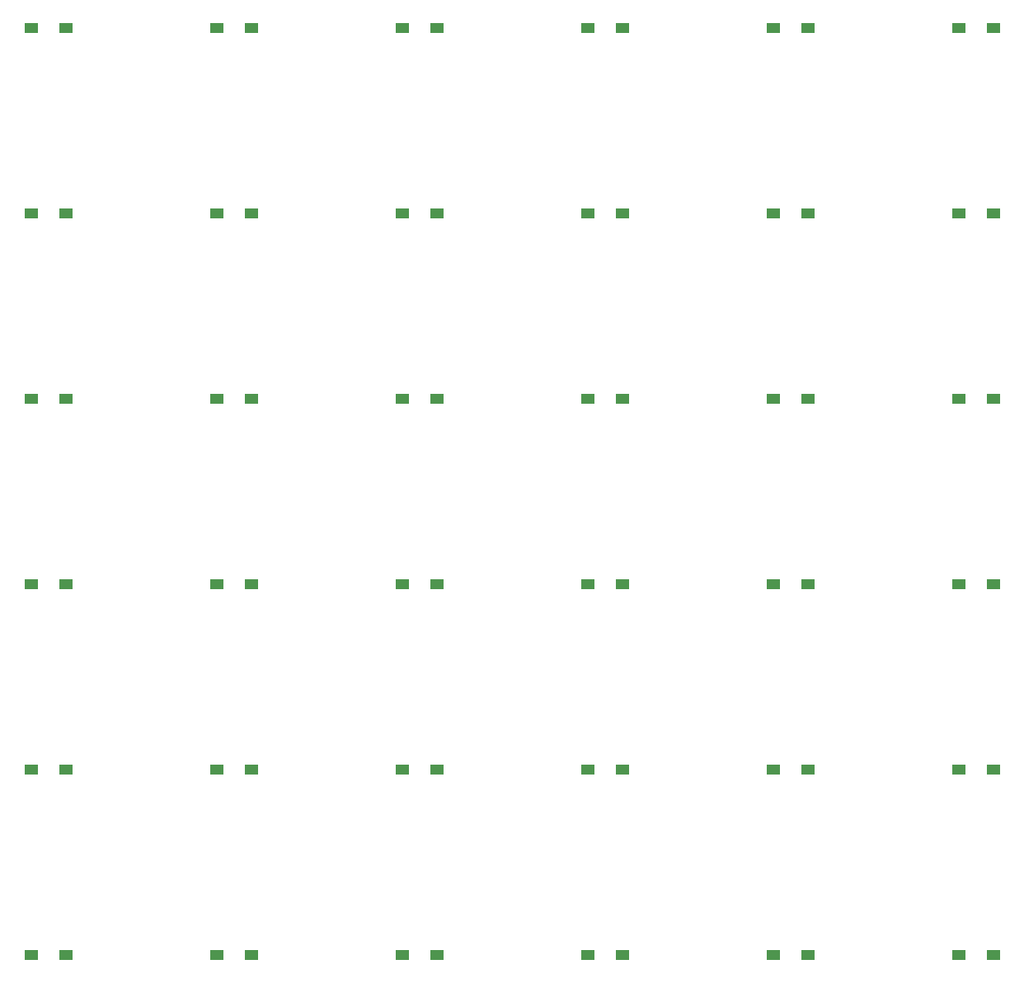
<source format=gbr>
%TF.GenerationSoftware,KiCad,Pcbnew,(5.1.10-1-10_14)*%
%TF.CreationDate,2021-11-08T13:37:15+08:00*%
%TF.ProjectId,Pragmatic,50726167-6d61-4746-9963-2e6b69636164,rev?*%
%TF.SameCoordinates,Original*%
%TF.FileFunction,Paste,Bot*%
%TF.FilePolarity,Positive*%
%FSLAX46Y46*%
G04 Gerber Fmt 4.6, Leading zero omitted, Abs format (unit mm)*
G04 Created by KiCad (PCBNEW (5.1.10-1-10_14)) date 2021-11-08 13:37:15*
%MOMM*%
%LPD*%
G01*
G04 APERTURE LIST*
%ADD10R,1.400000X1.000000*%
G04 APERTURE END LIST*
D10*
%TO.C,D6*%
X149095000Y-48260000D03*
X145545000Y-48260000D03*
%TD*%
%TO.C,D3*%
X91945000Y-48260000D03*
X88395000Y-48260000D03*
%TD*%
%TO.C,D2*%
X72895000Y-48260000D03*
X69345000Y-48260000D03*
%TD*%
%TO.C,D36*%
X149095000Y-143510000D03*
X145545000Y-143510000D03*
%TD*%
%TO.C,D35*%
X130045000Y-143510000D03*
X126495000Y-143510000D03*
%TD*%
%TO.C,D34*%
X110995000Y-143510000D03*
X107445000Y-143510000D03*
%TD*%
%TO.C,D33*%
X91945000Y-143510000D03*
X88395000Y-143510000D03*
%TD*%
%TO.C,D32*%
X72895000Y-143510000D03*
X69345000Y-143510000D03*
%TD*%
%TO.C,D31*%
X53845000Y-143510000D03*
X50295000Y-143510000D03*
%TD*%
%TO.C,D30*%
X149095000Y-124460000D03*
X145545000Y-124460000D03*
%TD*%
%TO.C,D29*%
X130045000Y-124460000D03*
X126495000Y-124460000D03*
%TD*%
%TO.C,D28*%
X110995000Y-124460000D03*
X107445000Y-124460000D03*
%TD*%
%TO.C,D27*%
X91945000Y-124460000D03*
X88395000Y-124460000D03*
%TD*%
%TO.C,D26*%
X72895000Y-124460000D03*
X69345000Y-124460000D03*
%TD*%
%TO.C,D25*%
X53845000Y-124460000D03*
X50295000Y-124460000D03*
%TD*%
%TO.C,D24*%
X149095000Y-105410000D03*
X145545000Y-105410000D03*
%TD*%
%TO.C,D23*%
X130045000Y-105410000D03*
X126495000Y-105410000D03*
%TD*%
%TO.C,D22*%
X110995000Y-105410000D03*
X107445000Y-105410000D03*
%TD*%
%TO.C,D21*%
X91945000Y-105410000D03*
X88395000Y-105410000D03*
%TD*%
%TO.C,D20*%
X72895000Y-105410000D03*
X69345000Y-105410000D03*
%TD*%
%TO.C,D19*%
X53845000Y-105410000D03*
X50295000Y-105410000D03*
%TD*%
%TO.C,D18*%
X149095000Y-86360000D03*
X145545000Y-86360000D03*
%TD*%
%TO.C,D17*%
X130045000Y-86360000D03*
X126495000Y-86360000D03*
%TD*%
%TO.C,D16*%
X110995000Y-86360000D03*
X107445000Y-86360000D03*
%TD*%
%TO.C,D15*%
X91945000Y-86360000D03*
X88395000Y-86360000D03*
%TD*%
%TO.C,D14*%
X72895000Y-86360000D03*
X69345000Y-86360000D03*
%TD*%
%TO.C,D13*%
X53845000Y-86360000D03*
X50295000Y-86360000D03*
%TD*%
%TO.C,D12*%
X149095000Y-67310000D03*
X145545000Y-67310000D03*
%TD*%
%TO.C,D11*%
X130045000Y-67310000D03*
X126495000Y-67310000D03*
%TD*%
%TO.C,D10*%
X110995000Y-67310000D03*
X107445000Y-67310000D03*
%TD*%
%TO.C,D9*%
X91945000Y-67310000D03*
X88395000Y-67310000D03*
%TD*%
%TO.C,D8*%
X72895000Y-67310000D03*
X69345000Y-67310000D03*
%TD*%
%TO.C,D7*%
X53845000Y-67310000D03*
X50295000Y-67310000D03*
%TD*%
%TO.C,D5*%
X130045000Y-48260000D03*
X126495000Y-48260000D03*
%TD*%
%TO.C,D4*%
X110995000Y-48260000D03*
X107445000Y-48260000D03*
%TD*%
%TO.C,D1*%
X53845000Y-48260000D03*
X50295000Y-48260000D03*
%TD*%
M02*

</source>
